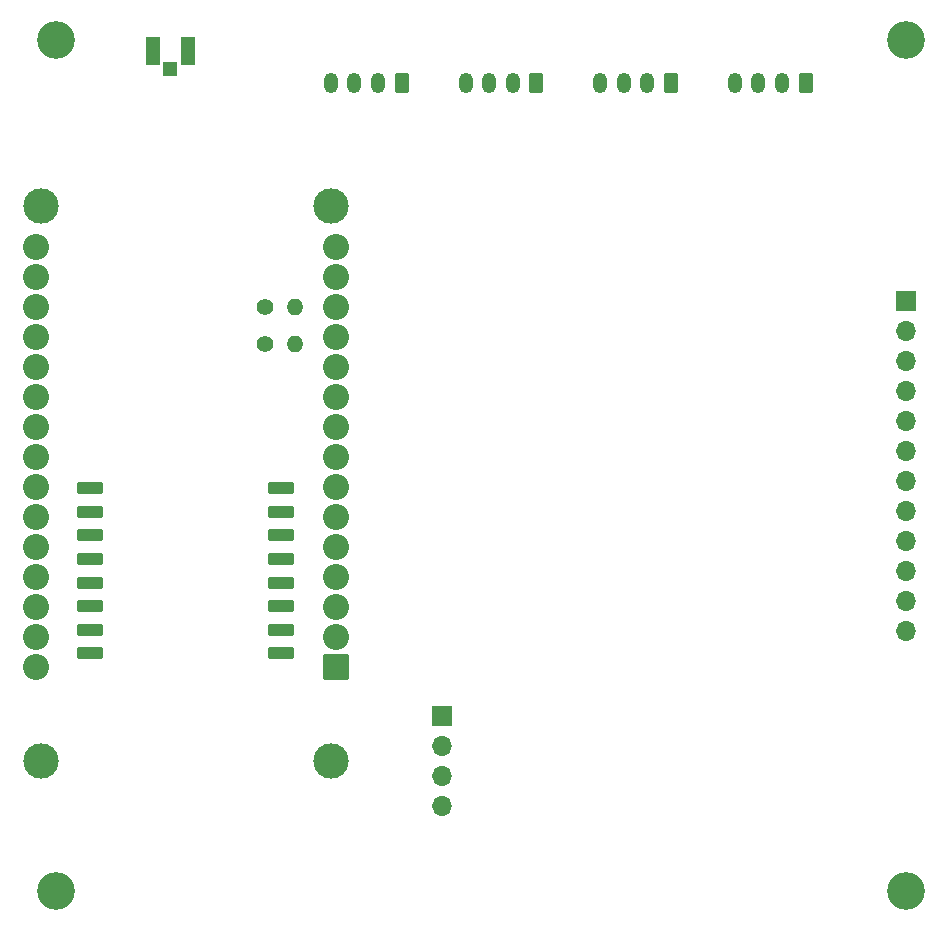
<source format=gbs>
G04 #@! TF.GenerationSoftware,KiCad,Pcbnew,8.0.4*
G04 #@! TF.CreationDate,2025-01-30T11:26:39-05:00*
G04 #@! TF.ProjectId,Cubesat_pcb,43756265-7361-4745-9f70-63622e6b6963,rev?*
G04 #@! TF.SameCoordinates,Original*
G04 #@! TF.FileFunction,Soldermask,Bot*
G04 #@! TF.FilePolarity,Negative*
%FSLAX46Y46*%
G04 Gerber Fmt 4.6, Leading zero omitted, Abs format (unit mm)*
G04 Created by KiCad (PCBNEW 8.0.4) date 2025-01-30 11:26:39*
%MOMM*%
%LPD*%
G01*
G04 APERTURE LIST*
G04 Aperture macros list*
%AMRoundRect*
0 Rectangle with rounded corners*
0 $1 Rounding radius*
0 $2 $3 $4 $5 $6 $7 $8 $9 X,Y pos of 4 corners*
0 Add a 4 corners polygon primitive as box body*
4,1,4,$2,$3,$4,$5,$6,$7,$8,$9,$2,$3,0*
0 Add four circle primitives for the rounded corners*
1,1,$1+$1,$2,$3*
1,1,$1+$1,$4,$5*
1,1,$1+$1,$6,$7*
1,1,$1+$1,$8,$9*
0 Add four rect primitives between the rounded corners*
20,1,$1+$1,$2,$3,$4,$5,0*
20,1,$1+$1,$4,$5,$6,$7,0*
20,1,$1+$1,$6,$7,$8,$9,0*
20,1,$1+$1,$8,$9,$2,$3,0*%
G04 Aperture macros list end*
%ADD10R,1.700000X1.700000*%
%ADD11O,1.700000X1.700000*%
%ADD12C,3.200000*%
%ADD13C,1.400000*%
%ADD14O,1.400000X1.400000*%
%ADD15RoundRect,0.250000X0.350000X0.625000X-0.350000X0.625000X-0.350000X-0.625000X0.350000X-0.625000X0*%
%ADD16O,1.200000X1.750000*%
%ADD17C,3.000000*%
%ADD18RoundRect,0.102000X1.000000X1.000000X-1.000000X1.000000X-1.000000X-1.000000X1.000000X-1.000000X0*%
%ADD19C,2.204000*%
%ADD20RoundRect,0.102000X-1.000000X-0.400000X1.000000X-0.400000X1.000000X0.400000X-1.000000X0.400000X0*%
%ADD21RoundRect,0.102000X0.500000X0.525000X-0.500000X0.525000X-0.500000X-0.525000X0.500000X-0.525000X0*%
%ADD22RoundRect,0.102000X0.525000X1.100000X-0.525000X1.100000X-0.525000X-1.100000X0.525000X-1.100000X0*%
G04 APERTURE END LIST*
D10*
G04 #@! TO.C,J7*
X37224132Y19311654D03*
D11*
X37224132Y16771654D03*
X37224132Y14231654D03*
X37224132Y11691654D03*
G04 #@! TD*
D12*
G04 #@! TO.C,H3*
X76499132Y4511654D03*
G04 #@! TD*
D13*
G04 #@! TO.C,R1*
X22259132Y53911654D03*
D14*
X24799132Y53911654D03*
G04 #@! TD*
D12*
G04 #@! TO.C,H1*
X4499132Y76511654D03*
G04 #@! TD*
D15*
G04 #@! TO.C,J8*
X56599132Y72911654D03*
D16*
X54599132Y72911654D03*
X52599132Y72911654D03*
X50599132Y72911654D03*
G04 #@! TD*
D10*
G04 #@! TO.C,J1*
X76499132Y54486654D03*
D11*
X76499132Y51946654D03*
X76499132Y49406654D03*
X76499132Y46866654D03*
X76499132Y44326654D03*
X76499132Y41786654D03*
X76499132Y39246654D03*
X76499132Y36706654D03*
X76499132Y34166654D03*
X76499132Y31626654D03*
X76499132Y29086654D03*
X76499132Y26546654D03*
G04 #@! TD*
D15*
G04 #@! TO.C,J6*
X67999132Y72911654D03*
D16*
X65999132Y72911654D03*
X63999132Y72911654D03*
X61999132Y72911654D03*
G04 #@! TD*
D15*
G04 #@! TO.C,J4*
X33799132Y72911654D03*
D16*
X31799132Y72911654D03*
X29799132Y72911654D03*
X27799132Y72911654D03*
G04 #@! TD*
D13*
G04 #@! TO.C,R2*
X22259132Y50811654D03*
D14*
X24799132Y50811654D03*
G04 #@! TD*
D12*
G04 #@! TO.C,H4*
X4499132Y4511654D03*
G04 #@! TD*
G04 #@! TO.C,H2*
X76499132Y76511654D03*
G04 #@! TD*
D15*
G04 #@! TO.C,J5*
X45199132Y72911654D03*
D16*
X43199132Y72911654D03*
X41199132Y72911654D03*
X39199132Y72911654D03*
G04 #@! TD*
D17*
G04 #@! TO.C,U2*
X27779132Y15531654D03*
X27779132Y62481654D03*
X3269132Y15531654D03*
X3269132Y62481654D03*
D18*
X28199132Y23491654D03*
D19*
X28199132Y26031654D03*
X28199132Y28571654D03*
X28199132Y31111654D03*
X28199132Y33651654D03*
X28199132Y36191654D03*
X28199132Y38731654D03*
X28199132Y41271654D03*
X28199132Y43811654D03*
X28199132Y46351654D03*
X28199132Y48891654D03*
X28199132Y51431654D03*
X28199132Y53971654D03*
X28199132Y56511654D03*
X28199132Y59051654D03*
X2799132Y59051654D03*
X2799132Y56511654D03*
X2799132Y53971654D03*
X2799132Y51431654D03*
X2799132Y48891654D03*
X2799132Y46351654D03*
X2799132Y43811654D03*
X2799132Y41271654D03*
X2799132Y38731654D03*
X2799132Y36191654D03*
X2799132Y33651654D03*
X2799132Y31111654D03*
X2799132Y28571654D03*
X2799132Y26031654D03*
X2799132Y23491654D03*
G04 #@! TD*
D20*
G04 #@! TO.C,U1*
X7399132Y24611654D03*
X7399132Y26611654D03*
X7399132Y28611654D03*
X7399132Y30611654D03*
X7399132Y32611654D03*
X7399132Y34611654D03*
X7399132Y36611654D03*
X7399132Y38611654D03*
X23599132Y38611654D03*
X23599132Y36611654D03*
X23599132Y34611654D03*
X23599132Y32611654D03*
X23599132Y30611654D03*
X23599132Y28611654D03*
X23599132Y26611654D03*
X23599132Y24611654D03*
G04 #@! TD*
D21*
G04 #@! TO.C,J2*
X14199132Y74086654D03*
D22*
X12724132Y75611654D03*
X15674132Y75611654D03*
G04 #@! TD*
M02*

</source>
